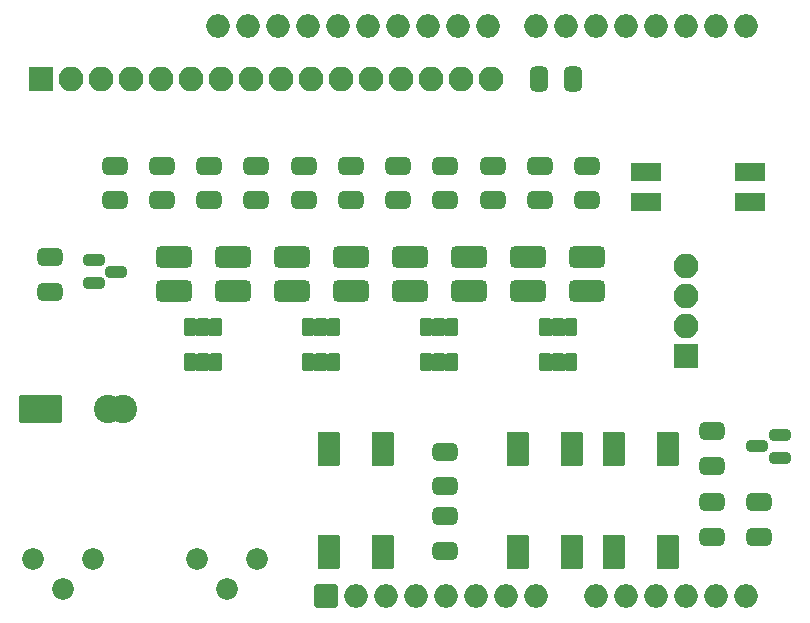
<source format=gts>
%TF.GenerationSoftware,KiCad,Pcbnew,6.0.11-2627ca5db0~126~ubuntu20.04.1*%
%TF.CreationDate,2023-03-17T11:38:59+01:00*%
%TF.ProjectId,shield_a,73686965-6c64-45f6-912e-6b696361645f,2.0.1*%
%TF.SameCoordinates,Original*%
%TF.FileFunction,Soldermask,Top*%
%TF.FilePolarity,Negative*%
%FSLAX46Y46*%
G04 Gerber Fmt 4.6, Leading zero omitted, Abs format (unit mm)*
G04 Created by KiCad (PCBNEW 6.0.11-2627ca5db0~126~ubuntu20.04.1) date 2023-03-17 11:38:59*
%MOMM*%
%LPD*%
G01*
G04 APERTURE LIST*
G04 Aperture macros list*
%AMRoundRect*
0 Rectangle with rounded corners*
0 $1 Rounding radius*
0 $2 $3 $4 $5 $6 $7 $8 $9 X,Y pos of 4 corners*
0 Add a 4 corners polygon primitive as box body*
4,1,4,$2,$3,$4,$5,$6,$7,$8,$9,$2,$3,0*
0 Add four circle primitives for the rounded corners*
1,1,$1+$1,$2,$3*
1,1,$1+$1,$4,$5*
1,1,$1+$1,$6,$7*
1,1,$1+$1,$8,$9*
0 Add four rect primitives between the rounded corners*
20,1,$1+$1,$2,$3,$4,$5,0*
20,1,$1+$1,$4,$5,$6,$7,0*
20,1,$1+$1,$6,$7,$8,$9,0*
20,1,$1+$1,$8,$9,$2,$3,0*%
G04 Aperture macros list end*
%ADD10C,1.840000*%
%ADD11RoundRect,0.200000X-1.000000X-1.000000X1.000000X-1.000000X1.000000X1.000000X-1.000000X1.000000X0*%
%ADD12C,2.400000*%
%ADD13RoundRect,0.200000X0.850000X-0.850000X0.850000X0.850000X-0.850000X0.850000X-0.850000X-0.850000X0*%
%ADD14O,2.100000X2.100000*%
%ADD15RoundRect,0.450000X-0.625000X0.312500X-0.625000X-0.312500X0.625000X-0.312500X0.625000X0.312500X0*%
%ADD16RoundRect,0.450000X0.625000X-0.312500X0.625000X0.312500X-0.625000X0.312500X-0.625000X-0.312500X0*%
%ADD17RoundRect,0.450000X-0.312500X-0.625000X0.312500X-0.625000X0.312500X0.625000X-0.312500X0.625000X0*%
%ADD18RoundRect,0.200000X0.300000X0.600000X-0.300000X0.600000X-0.300000X-0.600000X0.300000X-0.600000X0*%
%ADD19RoundRect,0.316200X-1.183800X0.583800X-1.183800X-0.583800X1.183800X-0.583800X1.183800X0.583800X0*%
%ADD20RoundRect,0.200000X0.750000X-1.250000X0.750000X1.250000X-0.750000X1.250000X-0.750000X-1.250000X0*%
%ADD21RoundRect,0.200000X-0.750000X1.250000X-0.750000X-1.250000X0.750000X-1.250000X0.750000X1.250000X0*%
%ADD22RoundRect,0.200000X0.850000X0.850000X-0.850000X0.850000X-0.850000X-0.850000X0.850000X-0.850000X0*%
%ADD23RoundRect,0.200000X1.100000X0.600000X-1.100000X0.600000X-1.100000X-0.600000X1.100000X-0.600000X0*%
%ADD24RoundRect,0.350000X0.587500X0.150000X-0.587500X0.150000X-0.587500X-0.150000X0.587500X-0.150000X0*%
%ADD25RoundRect,0.350000X-0.587500X-0.150000X0.587500X-0.150000X0.587500X0.150000X-0.587500X0.150000X0*%
%ADD26RoundRect,0.200000X-0.800000X0.800000X-0.800000X-0.800000X0.800000X-0.800000X0.800000X0.800000X0*%
%ADD27O,2.000000X2.000000*%
G04 APERTURE END LIST*
D10*
X125000000Y-111125000D03*
X127540000Y-113665000D03*
X130080000Y-111125000D03*
D11*
X112395000Y-98425000D03*
X111125000Y-98425000D03*
D12*
X117475000Y-98425000D03*
X118725000Y-98425000D03*
D10*
X111125000Y-111125000D03*
X113665000Y-113665000D03*
X116205000Y-111125000D03*
D13*
X111760000Y-70485000D03*
D14*
X114300000Y-70485000D03*
X116840000Y-70485000D03*
X119380000Y-70485000D03*
X121920000Y-70485000D03*
X124460000Y-70485000D03*
X127000000Y-70485000D03*
X129540000Y-70485000D03*
X132080000Y-70485000D03*
X134620000Y-70485000D03*
X137160000Y-70485000D03*
X139700000Y-70485000D03*
X142240000Y-70485000D03*
X144780000Y-70485000D03*
X147320000Y-70485000D03*
X149860000Y-70485000D03*
D15*
X118000000Y-77837500D03*
X118000000Y-80762500D03*
X146000000Y-107537500D03*
X146000000Y-110462500D03*
D16*
X172550000Y-109262500D03*
X172550000Y-106337500D03*
X168550000Y-109262500D03*
X168550000Y-106337500D03*
D17*
X153917500Y-70520000D03*
X156842500Y-70520000D03*
D16*
X168550000Y-103262500D03*
X168550000Y-100337500D03*
D15*
X112520000Y-85587500D03*
X112520000Y-88512500D03*
X122000000Y-77837500D03*
X122000000Y-80762500D03*
X126000000Y-77837500D03*
X126000000Y-80762500D03*
X146000000Y-102037500D03*
X146000000Y-104962500D03*
X130000000Y-77837500D03*
X130000000Y-80762500D03*
X134000000Y-77837500D03*
X134000000Y-80762500D03*
X138000000Y-77837500D03*
X138000000Y-80762500D03*
X142000000Y-77837500D03*
X142000000Y-80762500D03*
X146000000Y-77837500D03*
X146000000Y-80762500D03*
X150000000Y-77837500D03*
X150000000Y-80762500D03*
X154000000Y-77837500D03*
X154000000Y-80762500D03*
X158000000Y-77837500D03*
X158000000Y-80762500D03*
D18*
X134400000Y-94500000D03*
X135500000Y-94500000D03*
X136600000Y-94500000D03*
X136600000Y-91500000D03*
X135500000Y-91500000D03*
X134400000Y-91500000D03*
X154400000Y-94500000D03*
X155500000Y-94500000D03*
X156600000Y-94500000D03*
X156600000Y-91500000D03*
X155500000Y-91500000D03*
X154400000Y-91500000D03*
X124400000Y-94500000D03*
X125500000Y-94500000D03*
X126600000Y-94500000D03*
X126600000Y-91500000D03*
X125500000Y-91500000D03*
X124400000Y-91500000D03*
X144400000Y-94500000D03*
X145500000Y-94500000D03*
X146600000Y-94500000D03*
X146600000Y-91500000D03*
X145500000Y-91500000D03*
X144400000Y-91500000D03*
D19*
X158000000Y-88450000D03*
X158000000Y-85550000D03*
X128000000Y-88450000D03*
X128000000Y-85550000D03*
X153000000Y-88450000D03*
X153000000Y-85550000D03*
X148000000Y-88450000D03*
X148000000Y-85550000D03*
X138000000Y-88450000D03*
X138000000Y-85550000D03*
X133000000Y-88450000D03*
X133000000Y-85550000D03*
X123000000Y-88450000D03*
X123000000Y-85550000D03*
X143000000Y-88450000D03*
X143000000Y-85550000D03*
D20*
X136180000Y-110522000D03*
X136180000Y-101822000D03*
X140680000Y-101822000D03*
X140680000Y-110522000D03*
D21*
X156682000Y-101822000D03*
X156682000Y-110522000D03*
X152182000Y-101822000D03*
X152182000Y-110522000D03*
X164810000Y-110522000D03*
X164810000Y-101822000D03*
X160310000Y-101822000D03*
X160310000Y-110522000D03*
D22*
X166370000Y-93920000D03*
D14*
X166370000Y-91380000D03*
X166370000Y-88840000D03*
X166370000Y-86300000D03*
D23*
X171760000Y-80940000D03*
X171760000Y-78400000D03*
X162960000Y-78400000D03*
X162960000Y-80940000D03*
D24*
X174292500Y-102550000D03*
X174292500Y-100650000D03*
X172417500Y-101600000D03*
D25*
X116272500Y-85850000D03*
X116272500Y-87750000D03*
X118147500Y-86800000D03*
D26*
X135890000Y-114300000D03*
D27*
X138430000Y-114300000D03*
X140970000Y-114300000D03*
X143510000Y-114300000D03*
X146050000Y-114300000D03*
X148590000Y-114300000D03*
X151130000Y-114300000D03*
X153670000Y-114300000D03*
X158750000Y-114300000D03*
X161290000Y-114300000D03*
X163830000Y-114300000D03*
X166370000Y-114300000D03*
X168910000Y-114300000D03*
X171450000Y-114300000D03*
X171450000Y-66040000D03*
X168910000Y-66040000D03*
X166370000Y-66040000D03*
X163830000Y-66040000D03*
X161290000Y-66040000D03*
X158750000Y-66040000D03*
X156210000Y-66040000D03*
X153670000Y-66040000D03*
X149610000Y-66040000D03*
X147070000Y-66040000D03*
X144530000Y-66040000D03*
X141990000Y-66040000D03*
X139450000Y-66040000D03*
X136910000Y-66040000D03*
X134370000Y-66040000D03*
X131830000Y-66040000D03*
X129290000Y-66040000D03*
X126750000Y-66040000D03*
G36*
X135956895Y-93778207D02*
G01*
X135962823Y-93784135D01*
X136023872Y-93817469D01*
X136093031Y-93812523D01*
X136137128Y-93784184D01*
X136143105Y-93778207D01*
X136145037Y-93777689D01*
X136146451Y-93779103D01*
X136146182Y-93780732D01*
X136117109Y-93824242D01*
X136102000Y-93900199D01*
X136102000Y-95099801D01*
X136117109Y-95175758D01*
X136146182Y-95219268D01*
X136146313Y-95221264D01*
X136144650Y-95222375D01*
X136143105Y-95221793D01*
X136137177Y-95215865D01*
X136076128Y-95182531D01*
X136006969Y-95187477D01*
X135962872Y-95215816D01*
X135956895Y-95221793D01*
X135954963Y-95222311D01*
X135953549Y-95220897D01*
X135953818Y-95219268D01*
X135982891Y-95175758D01*
X135998000Y-95099801D01*
X135998000Y-93900199D01*
X135982891Y-93824242D01*
X135953818Y-93780732D01*
X135953687Y-93778736D01*
X135955350Y-93777625D01*
X135956895Y-93778207D01*
G37*
G36*
X124856895Y-93778207D02*
G01*
X124862823Y-93784135D01*
X124923872Y-93817469D01*
X124993031Y-93812523D01*
X125037128Y-93784184D01*
X125043105Y-93778207D01*
X125045037Y-93777689D01*
X125046451Y-93779103D01*
X125046182Y-93780732D01*
X125017109Y-93824242D01*
X125002000Y-93900199D01*
X125002000Y-95099801D01*
X125017109Y-95175758D01*
X125046182Y-95219268D01*
X125046313Y-95221264D01*
X125044650Y-95222375D01*
X125043105Y-95221793D01*
X125037177Y-95215865D01*
X124976128Y-95182531D01*
X124906969Y-95187477D01*
X124862872Y-95215816D01*
X124856895Y-95221793D01*
X124854963Y-95222311D01*
X124853549Y-95220897D01*
X124853818Y-95219268D01*
X124882891Y-95175758D01*
X124898000Y-95099801D01*
X124898000Y-93900199D01*
X124882891Y-93824242D01*
X124853818Y-93780732D01*
X124853687Y-93778736D01*
X124855350Y-93777625D01*
X124856895Y-93778207D01*
G37*
G36*
X155956895Y-93778207D02*
G01*
X155962823Y-93784135D01*
X156023872Y-93817469D01*
X156093031Y-93812523D01*
X156137128Y-93784184D01*
X156143105Y-93778207D01*
X156145037Y-93777689D01*
X156146451Y-93779103D01*
X156146182Y-93780732D01*
X156117109Y-93824242D01*
X156102000Y-93900199D01*
X156102000Y-95099801D01*
X156117109Y-95175758D01*
X156146182Y-95219268D01*
X156146313Y-95221264D01*
X156144650Y-95222375D01*
X156143105Y-95221793D01*
X156137177Y-95215865D01*
X156076128Y-95182531D01*
X156006969Y-95187477D01*
X155962872Y-95215816D01*
X155956895Y-95221793D01*
X155954963Y-95222311D01*
X155953549Y-95220897D01*
X155953818Y-95219268D01*
X155982891Y-95175758D01*
X155998000Y-95099801D01*
X155998000Y-93900199D01*
X155982891Y-93824242D01*
X155953818Y-93780732D01*
X155953687Y-93778736D01*
X155955350Y-93777625D01*
X155956895Y-93778207D01*
G37*
G36*
X144856895Y-93778207D02*
G01*
X144862823Y-93784135D01*
X144923872Y-93817469D01*
X144993031Y-93812523D01*
X145037128Y-93784184D01*
X145043105Y-93778207D01*
X145045037Y-93777689D01*
X145046451Y-93779103D01*
X145046182Y-93780732D01*
X145017109Y-93824242D01*
X145002000Y-93900199D01*
X145002000Y-95099801D01*
X145017109Y-95175758D01*
X145046182Y-95219268D01*
X145046313Y-95221264D01*
X145044650Y-95222375D01*
X145043105Y-95221793D01*
X145037177Y-95215865D01*
X144976128Y-95182531D01*
X144906969Y-95187477D01*
X144862872Y-95215816D01*
X144856895Y-95221793D01*
X144854963Y-95222311D01*
X144853549Y-95220897D01*
X144853818Y-95219268D01*
X144882891Y-95175758D01*
X144898000Y-95099801D01*
X144898000Y-93900199D01*
X144882891Y-93824242D01*
X144853818Y-93780732D01*
X144853687Y-93778736D01*
X144855350Y-93777625D01*
X144856895Y-93778207D01*
G37*
G36*
X154856895Y-93778207D02*
G01*
X154862823Y-93784135D01*
X154923872Y-93817469D01*
X154993031Y-93812523D01*
X155037128Y-93784184D01*
X155043105Y-93778207D01*
X155045037Y-93777689D01*
X155046451Y-93779103D01*
X155046182Y-93780732D01*
X155017109Y-93824242D01*
X155002000Y-93900199D01*
X155002000Y-95099801D01*
X155017109Y-95175758D01*
X155046182Y-95219268D01*
X155046313Y-95221264D01*
X155044650Y-95222375D01*
X155043105Y-95221793D01*
X155037177Y-95215865D01*
X154976128Y-95182531D01*
X154906969Y-95187477D01*
X154862872Y-95215816D01*
X154856895Y-95221793D01*
X154854963Y-95222311D01*
X154853549Y-95220897D01*
X154853818Y-95219268D01*
X154882891Y-95175758D01*
X154898000Y-95099801D01*
X154898000Y-93900199D01*
X154882891Y-93824242D01*
X154853818Y-93780732D01*
X154853687Y-93778736D01*
X154855350Y-93777625D01*
X154856895Y-93778207D01*
G37*
G36*
X134856895Y-93778207D02*
G01*
X134862823Y-93784135D01*
X134923872Y-93817469D01*
X134993031Y-93812523D01*
X135037128Y-93784184D01*
X135043105Y-93778207D01*
X135045037Y-93777689D01*
X135046451Y-93779103D01*
X135046182Y-93780732D01*
X135017109Y-93824242D01*
X135002000Y-93900199D01*
X135002000Y-95099801D01*
X135017109Y-95175758D01*
X135046182Y-95219268D01*
X135046313Y-95221264D01*
X135044650Y-95222375D01*
X135043105Y-95221793D01*
X135037177Y-95215865D01*
X134976128Y-95182531D01*
X134906969Y-95187477D01*
X134862872Y-95215816D01*
X134856895Y-95221793D01*
X134854963Y-95222311D01*
X134853549Y-95220897D01*
X134853818Y-95219268D01*
X134882891Y-95175758D01*
X134898000Y-95099801D01*
X134898000Y-93900199D01*
X134882891Y-93824242D01*
X134853818Y-93780732D01*
X134853687Y-93778736D01*
X134855350Y-93777625D01*
X134856895Y-93778207D01*
G37*
G36*
X125956895Y-93778207D02*
G01*
X125962823Y-93784135D01*
X126023872Y-93817469D01*
X126093031Y-93812523D01*
X126137128Y-93784184D01*
X126143105Y-93778207D01*
X126145037Y-93777689D01*
X126146451Y-93779103D01*
X126146182Y-93780732D01*
X126117109Y-93824242D01*
X126102000Y-93900199D01*
X126102000Y-95099801D01*
X126117109Y-95175758D01*
X126146182Y-95219268D01*
X126146313Y-95221264D01*
X126144650Y-95222375D01*
X126143105Y-95221793D01*
X126137177Y-95215865D01*
X126076128Y-95182531D01*
X126006969Y-95187477D01*
X125962872Y-95215816D01*
X125956895Y-95221793D01*
X125954963Y-95222311D01*
X125953549Y-95220897D01*
X125953818Y-95219268D01*
X125982891Y-95175758D01*
X125998000Y-95099801D01*
X125998000Y-93900199D01*
X125982891Y-93824242D01*
X125953818Y-93780732D01*
X125953687Y-93778736D01*
X125955350Y-93777625D01*
X125956895Y-93778207D01*
G37*
G36*
X145956895Y-93778207D02*
G01*
X145962823Y-93784135D01*
X146023872Y-93817469D01*
X146093031Y-93812523D01*
X146137128Y-93784184D01*
X146143105Y-93778207D01*
X146145037Y-93777689D01*
X146146451Y-93779103D01*
X146146182Y-93780732D01*
X146117109Y-93824242D01*
X146102000Y-93900199D01*
X146102000Y-95099801D01*
X146117109Y-95175758D01*
X146146182Y-95219268D01*
X146146313Y-95221264D01*
X146144650Y-95222375D01*
X146143105Y-95221793D01*
X146137177Y-95215865D01*
X146076128Y-95182531D01*
X146006969Y-95187477D01*
X145962872Y-95215816D01*
X145956895Y-95221793D01*
X145954963Y-95222311D01*
X145953549Y-95220897D01*
X145953818Y-95219268D01*
X145982891Y-95175758D01*
X145998000Y-95099801D01*
X145998000Y-93900199D01*
X145982891Y-93824242D01*
X145953818Y-93780732D01*
X145953687Y-93778736D01*
X145955350Y-93777625D01*
X145956895Y-93778207D01*
G37*
G36*
X124856895Y-90778207D02*
G01*
X124862823Y-90784135D01*
X124923872Y-90817469D01*
X124993031Y-90812523D01*
X125037128Y-90784184D01*
X125043105Y-90778207D01*
X125045037Y-90777689D01*
X125046451Y-90779103D01*
X125046182Y-90780732D01*
X125017109Y-90824242D01*
X125002000Y-90900199D01*
X125002000Y-92099801D01*
X125017109Y-92175758D01*
X125046182Y-92219268D01*
X125046313Y-92221264D01*
X125044650Y-92222375D01*
X125043105Y-92221793D01*
X125037177Y-92215865D01*
X124976128Y-92182531D01*
X124906969Y-92187477D01*
X124862872Y-92215816D01*
X124856895Y-92221793D01*
X124854963Y-92222311D01*
X124853549Y-92220897D01*
X124853818Y-92219268D01*
X124882891Y-92175758D01*
X124898000Y-92099801D01*
X124898000Y-90900199D01*
X124882891Y-90824242D01*
X124853818Y-90780732D01*
X124853687Y-90778736D01*
X124855350Y-90777625D01*
X124856895Y-90778207D01*
G37*
G36*
X135956895Y-90778207D02*
G01*
X135962823Y-90784135D01*
X136023872Y-90817469D01*
X136093031Y-90812523D01*
X136137128Y-90784184D01*
X136143105Y-90778207D01*
X136145037Y-90777689D01*
X136146451Y-90779103D01*
X136146182Y-90780732D01*
X136117109Y-90824242D01*
X136102000Y-90900199D01*
X136102000Y-92099801D01*
X136117109Y-92175758D01*
X136146182Y-92219268D01*
X136146313Y-92221264D01*
X136144650Y-92222375D01*
X136143105Y-92221793D01*
X136137177Y-92215865D01*
X136076128Y-92182531D01*
X136006969Y-92187477D01*
X135962872Y-92215816D01*
X135956895Y-92221793D01*
X135954963Y-92222311D01*
X135953549Y-92220897D01*
X135953818Y-92219268D01*
X135982891Y-92175758D01*
X135998000Y-92099801D01*
X135998000Y-90900199D01*
X135982891Y-90824242D01*
X135953818Y-90780732D01*
X135953687Y-90778736D01*
X135955350Y-90777625D01*
X135956895Y-90778207D01*
G37*
G36*
X155956895Y-90778207D02*
G01*
X155962823Y-90784135D01*
X156023872Y-90817469D01*
X156093031Y-90812523D01*
X156137128Y-90784184D01*
X156143105Y-90778207D01*
X156145037Y-90777689D01*
X156146451Y-90779103D01*
X156146182Y-90780732D01*
X156117109Y-90824242D01*
X156102000Y-90900199D01*
X156102000Y-92099801D01*
X156117109Y-92175758D01*
X156146182Y-92219268D01*
X156146313Y-92221264D01*
X156144650Y-92222375D01*
X156143105Y-92221793D01*
X156137177Y-92215865D01*
X156076128Y-92182531D01*
X156006969Y-92187477D01*
X155962872Y-92215816D01*
X155956895Y-92221793D01*
X155954963Y-92222311D01*
X155953549Y-92220897D01*
X155953818Y-92219268D01*
X155982891Y-92175758D01*
X155998000Y-92099801D01*
X155998000Y-90900199D01*
X155982891Y-90824242D01*
X155953818Y-90780732D01*
X155953687Y-90778736D01*
X155955350Y-90777625D01*
X155956895Y-90778207D01*
G37*
G36*
X154856895Y-90778207D02*
G01*
X154862823Y-90784135D01*
X154923872Y-90817469D01*
X154993031Y-90812523D01*
X155037128Y-90784184D01*
X155043105Y-90778207D01*
X155045037Y-90777689D01*
X155046451Y-90779103D01*
X155046182Y-90780732D01*
X155017109Y-90824242D01*
X155002000Y-90900199D01*
X155002000Y-92099801D01*
X155017109Y-92175758D01*
X155046182Y-92219268D01*
X155046313Y-92221264D01*
X155044650Y-92222375D01*
X155043105Y-92221793D01*
X155037177Y-92215865D01*
X154976128Y-92182531D01*
X154906969Y-92187477D01*
X154862872Y-92215816D01*
X154856895Y-92221793D01*
X154854963Y-92222311D01*
X154853549Y-92220897D01*
X154853818Y-92219268D01*
X154882891Y-92175758D01*
X154898000Y-92099801D01*
X154898000Y-90900199D01*
X154882891Y-90824242D01*
X154853818Y-90780732D01*
X154853687Y-90778736D01*
X154855350Y-90777625D01*
X154856895Y-90778207D01*
G37*
G36*
X125956895Y-90778207D02*
G01*
X125962823Y-90784135D01*
X126023872Y-90817469D01*
X126093031Y-90812523D01*
X126137128Y-90784184D01*
X126143105Y-90778207D01*
X126145037Y-90777689D01*
X126146451Y-90779103D01*
X126146182Y-90780732D01*
X126117109Y-90824242D01*
X126102000Y-90900199D01*
X126102000Y-92099801D01*
X126117109Y-92175758D01*
X126146182Y-92219268D01*
X126146313Y-92221264D01*
X126144650Y-92222375D01*
X126143105Y-92221793D01*
X126137177Y-92215865D01*
X126076128Y-92182531D01*
X126006969Y-92187477D01*
X125962872Y-92215816D01*
X125956895Y-92221793D01*
X125954963Y-92222311D01*
X125953549Y-92220897D01*
X125953818Y-92219268D01*
X125982891Y-92175758D01*
X125998000Y-92099801D01*
X125998000Y-90900199D01*
X125982891Y-90824242D01*
X125953818Y-90780732D01*
X125953687Y-90778736D01*
X125955350Y-90777625D01*
X125956895Y-90778207D01*
G37*
G36*
X145956895Y-90778207D02*
G01*
X145962823Y-90784135D01*
X146023872Y-90817469D01*
X146093031Y-90812523D01*
X146137128Y-90784184D01*
X146143105Y-90778207D01*
X146145037Y-90777689D01*
X146146451Y-90779103D01*
X146146182Y-90780732D01*
X146117109Y-90824242D01*
X146102000Y-90900199D01*
X146102000Y-92099801D01*
X146117109Y-92175758D01*
X146146182Y-92219268D01*
X146146313Y-92221264D01*
X146144650Y-92222375D01*
X146143105Y-92221793D01*
X146137177Y-92215865D01*
X146076128Y-92182531D01*
X146006969Y-92187477D01*
X145962872Y-92215816D01*
X145956895Y-92221793D01*
X145954963Y-92222311D01*
X145953549Y-92220897D01*
X145953818Y-92219268D01*
X145982891Y-92175758D01*
X145998000Y-92099801D01*
X145998000Y-90900199D01*
X145982891Y-90824242D01*
X145953818Y-90780732D01*
X145953687Y-90778736D01*
X145955350Y-90777625D01*
X145956895Y-90778207D01*
G37*
G36*
X134856895Y-90778207D02*
G01*
X134862823Y-90784135D01*
X134923872Y-90817469D01*
X134993031Y-90812523D01*
X135037128Y-90784184D01*
X135043105Y-90778207D01*
X135045037Y-90777689D01*
X135046451Y-90779103D01*
X135046182Y-90780732D01*
X135017109Y-90824242D01*
X135002000Y-90900199D01*
X135002000Y-92099801D01*
X135017109Y-92175758D01*
X135046182Y-92219268D01*
X135046313Y-92221264D01*
X135044650Y-92222375D01*
X135043105Y-92221793D01*
X135037177Y-92215865D01*
X134976128Y-92182531D01*
X134906969Y-92187477D01*
X134862872Y-92215816D01*
X134856895Y-92221793D01*
X134854963Y-92222311D01*
X134853549Y-92220897D01*
X134853818Y-92219268D01*
X134882891Y-92175758D01*
X134898000Y-92099801D01*
X134898000Y-90900199D01*
X134882891Y-90824242D01*
X134853818Y-90780732D01*
X134853687Y-90778736D01*
X134855350Y-90777625D01*
X134856895Y-90778207D01*
G37*
G36*
X144856895Y-90778207D02*
G01*
X144862823Y-90784135D01*
X144923872Y-90817469D01*
X144993031Y-90812523D01*
X145037128Y-90784184D01*
X145043105Y-90778207D01*
X145045037Y-90777689D01*
X145046451Y-90779103D01*
X145046182Y-90780732D01*
X145017109Y-90824242D01*
X145002000Y-90900199D01*
X145002000Y-92099801D01*
X145017109Y-92175758D01*
X145046182Y-92219268D01*
X145046313Y-92221264D01*
X145044650Y-92222375D01*
X145043105Y-92221793D01*
X145037177Y-92215865D01*
X144976128Y-92182531D01*
X144906969Y-92187477D01*
X144862872Y-92215816D01*
X144856895Y-92221793D01*
X144854963Y-92222311D01*
X144853549Y-92220897D01*
X144853818Y-92219268D01*
X144882891Y-92175758D01*
X144898000Y-92099801D01*
X144898000Y-90900199D01*
X144882891Y-90824242D01*
X144853818Y-90780732D01*
X144853687Y-90778736D01*
X144855350Y-90777625D01*
X144856895Y-90778207D01*
G37*
M02*

</source>
